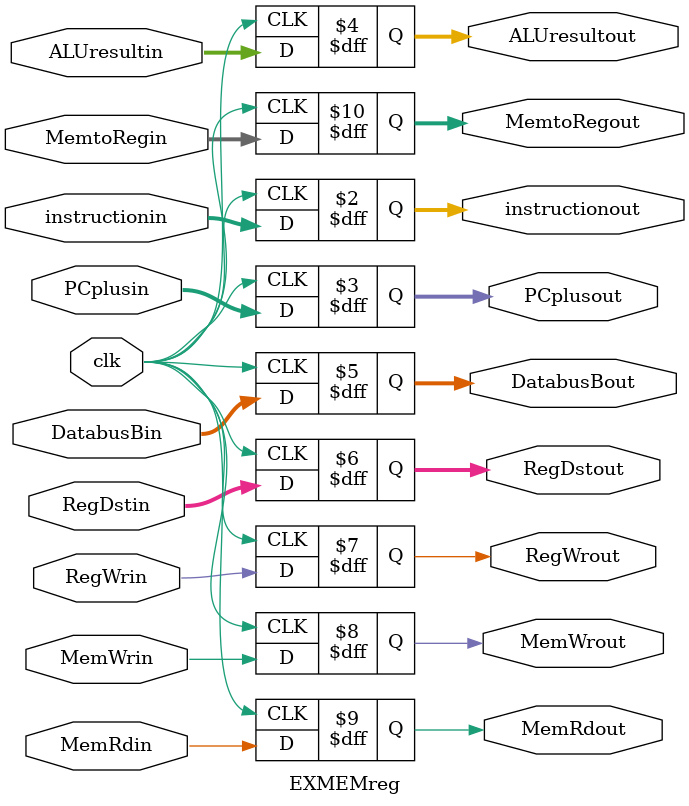
<source format=v>
`timescale 1ns/1ps

module EXMEMreg(clk,instructionin,PCplusin,ALUresultin,DatabusBin,RegDstin,RegWrin,MemWrin,MemRdin,MemtoRegin,
instructionout,PCplusout,ALUresultout,DatabusBout,RegDstout,RegWrout,MemWrout,MemRdout,MemtoRegout);

input clk;
input [31:0] instructionin;
input [31:0] PCplusin;
input [31:0] ALUresultin;
input [31:0] DatabusBin;
input [1:0] RegDstin;
input RegWrin;
input MemWrin;
input MemRdin;
input [1:0] MemtoRegin;
output [31:0] instructionout;
reg [31:0] instructionout;
output [31:0] PCplusout;
reg [31:0] PCplusout;
output [31:0] ALUresultout;
reg [31:0] ALUresultout;
output [31:0] DatabusBout;
reg [31:0] DatabusBout;
output [1:0] RegDstout;
reg [1:0] RegDstout;
output RegWrout;
reg RegWrout;
output MemWrout;
reg MemWrout;
output MemRdout;
reg MemRdout;
output [1:0] MemtoRegout;
reg [1:0] MemtoRegout;

always @(posedge clk)
begin
  instructionout <= instructionin;
  PCplusout <= PCplusin;
  ALUresultout <= ALUresultin;
  DatabusBout <= DatabusBin;
  RegDstout <= RegDstin;
  RegWrout <= RegWrin;
  MemWrout <= MemWrin;
  MemRdout <= MemRdin;
  MemtoRegout <= MemtoRegin;
end

endmodule

</source>
